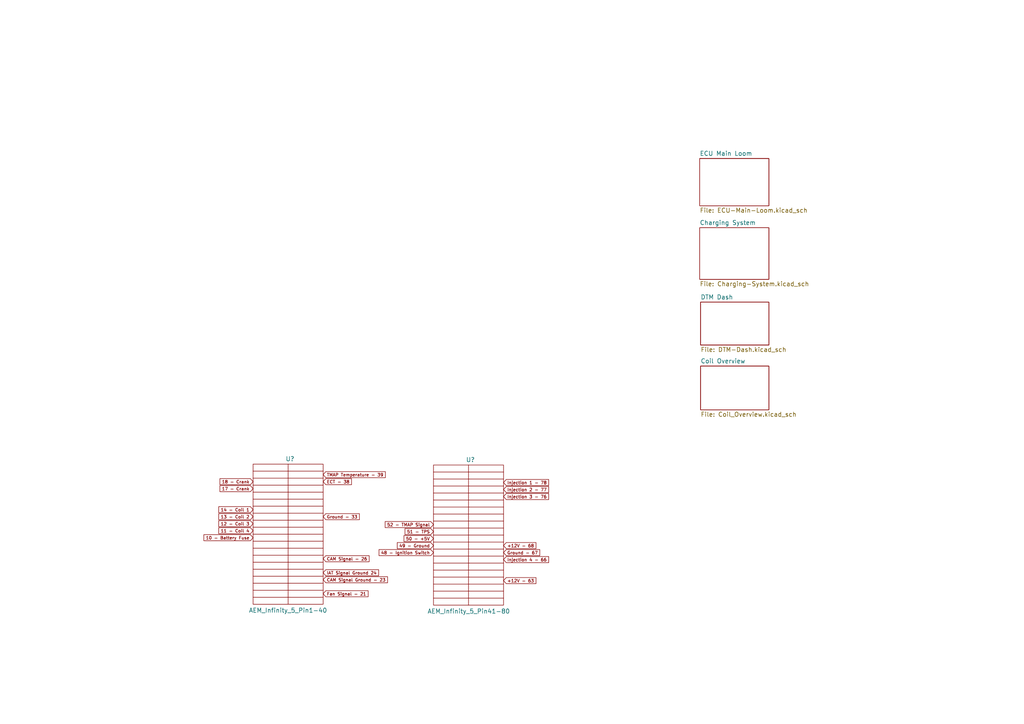
<source format=kicad_sch>
(kicad_sch (version 20211123) (generator eeschema)
  (paper "A4")
  (lib_symbols
    (symbol "SCR23 Library:AEM_Infinity_5_Pin1-40"
      (property "Reference" "U" (at 0 22.098 0))
      (property "Value" "AEM_Infinity_5_Pin1-40" (at 0 -23.114 0))
      (symbol "AEM_Infinity_5_Pin1-40_0_1"
        (rectangle (start -10.16 20.32) (end 10.16 -20.32))
        (polyline (pts (xy 0 20.32) (xy 0 -20.32)))
        (polyline (pts (xy -10.16 -18.288) (xy 10.16 -18.288) (xy 9.906 -18.288)))
        (polyline (pts (xy -10.16 -16.256) (xy 10.16 -16.256) (xy 9.906 -16.256)))
        (polyline (pts (xy -10.16 -14.224) (xy 10.16 -14.224) (xy 9.906 -14.224)))
        (polyline (pts (xy -10.16 -12.192) (xy 10.16 -12.192) (xy 9.906 -12.192)))
        (polyline (pts (xy -10.16 -10.16) (xy 10.16 -10.16) (xy 9.906 -10.16)))
        (polyline (pts (xy -10.16 -8.128) (xy 10.16 -8.128) (xy 9.906 -8.128)))
        (polyline (pts (xy -10.16 -6.096) (xy 10.16 -6.096) (xy 9.906 -6.096)))
        (polyline (pts (xy -10.16 -4.064) (xy 10.16 -4.064) (xy 9.906 -4.064)))
        (polyline (pts (xy -10.16 -2.032) (xy 10.16 -2.032) (xy 9.906 -2.032)))
        (polyline (pts (xy -10.16 0) (xy 10.16 0) (xy 9.906 0)))
        (polyline (pts (xy -10.16 2.032) (xy 10.16 2.032) (xy 9.906 2.032)))
        (polyline (pts (xy -10.16 4.064) (xy 10.16 4.064) (xy 9.906 4.064)))
        (polyline (pts (xy -10.16 6.096) (xy 10.16 6.096) (xy 9.906 6.096)))
        (polyline (pts (xy -10.16 8.128) (xy 10.16 8.128) (xy 9.906 8.128)))
        (polyline (pts (xy -10.16 10.16) (xy 10.16 10.16) (xy 9.906 10.16)))
        (polyline (pts (xy -10.16 12.192) (xy 10.16 12.192) (xy 9.906 12.192)))
        (polyline (pts (xy -10.16 14.224) (xy 10.16 14.224) (xy 9.906 14.224)))
        (polyline (pts (xy -10.16 16.256) (xy 10.16 16.256) (xy 9.906 16.256)))
        (polyline (pts (xy -10.16 18.288) (xy 10.16 18.288) (xy 9.906 18.288)))
      )
    )
    (symbol "SCR23 Library:AEM_Infinity_5_Pin41-80"
      (property "Reference" "U" (at 0 22.098 0))
      (property "Value" "AEM_Infinity_5_Pin41-80" (at 0 -23.114 0))
      (symbol "AEM_Infinity_5_Pin41-80_0_1"
        (rectangle (start -10.16 20.32) (end 10.16 -20.32))
        (polyline (pts (xy 0 20.32) (xy 0 -20.32)))
        (polyline (pts (xy -10.16 -18.288) (xy 10.16 -18.288) (xy 9.906 -18.288)))
        (polyline (pts (xy -10.16 -16.256) (xy 10.16 -16.256) (xy 9.906 -16.256)))
        (polyline (pts (xy -10.16 -14.224) (xy 10.16 -14.224) (xy 9.906 -14.224)))
        (polyline (pts (xy -10.16 -12.192) (xy 10.16 -12.192) (xy 9.906 -12.192)))
        (polyline (pts (xy -10.16 -10.16) (xy 10.16 -10.16) (xy 9.906 -10.16)))
        (polyline (pts (xy -10.16 -8.128) (xy 10.16 -8.128) (xy 9.906 -8.128)))
        (polyline (pts (xy -10.16 -6.096) (xy 10.16 -6.096) (xy 9.906 -6.096)))
        (polyline (pts (xy -10.16 -4.064) (xy 10.16 -4.064) (xy 9.906 -4.064)))
        (polyline (pts (xy -10.16 -2.032) (xy 10.16 -2.032) (xy 9.906 -2.032)))
        (polyline (pts (xy -10.16 0) (xy 10.16 0) (xy 9.906 0)))
        (polyline (pts (xy -10.16 2.032) (xy 10.16 2.032) (xy 9.906 2.032)))
        (polyline (pts (xy -10.16 4.064) (xy 10.16 4.064) (xy 9.906 4.064)))
        (polyline (pts (xy -10.16 6.096) (xy 10.16 6.096) (xy 9.906 6.096)))
        (polyline (pts (xy -10.16 8.128) (xy 10.16 8.128) (xy 9.906 8.128)))
        (polyline (pts (xy -10.16 10.16) (xy 10.16 10.16) (xy 9.906 10.16)))
        (polyline (pts (xy -10.16 12.192) (xy 10.16 12.192) (xy 9.906 12.192)))
        (polyline (pts (xy -10.16 14.224) (xy 10.16 14.224) (xy 9.906 14.224)))
        (polyline (pts (xy -10.16 16.256) (xy 10.16 16.256) (xy 9.906 16.256)))
        (polyline (pts (xy -10.16 18.288) (xy 10.16 18.288) (xy 9.906 18.288)))
      )
    )
  )
  (global_label "ECT - 38" (shape input) (at 93.726 139.7 0) (effects (font (size 0.889 0.889))) (property "Intersheet References" "${INTERSHEET_REFS}" (effects hide)))
  (global_label "13 - Coil 2" (shape input) (at 73.406 149.86 180) (effects (font (size 0.889 0.889))) (property "Intersheet References" "${INTERSHEET_REFS}" (effects hide)))
  (global_label "Injection 2 - 77" (shape input) (at 146.05 141.986 0) (effects (font (size 0.889 0.889))) (property "Intersheet References" "${INTERSHEET_REFS}" (effects hide)))
  (global_label "+12V - 68" (shape input) (at 146.05 158.242 0) (effects (font (size 0.889 0.889))) (property "Intersheet References" "${INTERSHEET_REFS}" (effects hide)))
  (global_label "52 - TMAP Signal" (shape input) (at 125.73 152.146 180) (effects (font (size 0.889 0.889))) (property "Intersheet References" "${INTERSHEET_REFS}" (effects hide)))
  (global_label "51 - TPS" (shape input) (at 125.73 154.178 180) (effects (font (size 0.889 0.889))) (property "Intersheet References" "${INTERSHEET_REFS}" (effects hide)))
  (global_label "Injection 3 - 76" (shape input) (at 146.05 144.018 0) (effects (font (size 0.889 0.889))) (property "Intersheet References" "${INTERSHEET_REFS}" (effects hide)))
  (global_label "CAM Signal Ground - 23" (shape input) (at 93.726 168.148 0) (effects (font (size 0.889 0.889))) (property "Intersheet References" "${INTERSHEET_REFS}" (effects hide)))
  (global_label "49 - Ground" (shape input) (at 125.73 158.242 180) (effects (font (size 0.889 0.889))) (property "Intersheet References" "${INTERSHEET_REFS}" (effects hide)))
  (global_label "Injection 1 - 78" (shape input) (at 146.05 139.954 0) (effects (font (size 0.889 0.889))) (property "Intersheet References" "${INTERSHEET_REFS}" (effects hide)))
  (global_label "50 - +5V" (shape input) (at 125.73 156.21 180) (effects (font (size 0.889 0.889))) (property "Intersheet References" "${INTERSHEET_REFS}" (effects hide)))
  (global_label "10 - Battery Fuse" (shape input) (at 73.406 155.956 180) (effects (font (size 0.889 0.889))) (property "Intersheet References" "${INTERSHEET_REFS}" (effects hide)))
  (global_label "IAT Signal Ground 24" (shape input) (at 93.726 166.116 0) (effects (font (size 0.889 0.889))) (property "Intersheet References" "${INTERSHEET_REFS}" (effects hide)))
  (global_label "Fan Signal - 21" (shape input) (at 93.726 172.212 0) (effects (font (size 0.889 0.889))) (property "Intersheet References" "${INTERSHEET_REFS}" (effects hide)))
  (global_label "17 - Crank" (shape input) (at 73.406 141.732 180) (effects (font (size 0.889 0.889))) (property "Intersheet References" "${INTERSHEET_REFS}" (effects hide)))
  (global_label "CAM Signal - 26" (shape input) (at 93.726 162.052 0) (effects (font (size 0.889 0.889))) (property "Intersheet References" "${INTERSHEET_REFS}" (effects hide)))
  (global_label "48 - Ignition Switch" (shape input) (at 125.73 160.274 180) (effects (font (size 0.889 0.889))) (property "Intersheet References" "${INTERSHEET_REFS}" (effects hide)))
  (global_label "Ground - 67" (shape input) (at 146.05 160.274 0) (effects (font (size 0.889 0.889))) (property "Intersheet References" "${INTERSHEET_REFS}" (effects hide)))
  (global_label "TMAP Temperature - 39" (shape input) (at 93.726 137.668 0) (effects (font (size 0.889 0.889))) (property "Intersheet References" "${INTERSHEET_REFS}" (effects hide)))
  (global_label "+12V - 63" (shape input) (at 146.05 168.402 0) (effects (font (size 0.889 0.889))) (property "Intersheet References" "${INTERSHEET_REFS}" (effects hide)))
  (global_label "18 - Crank" (shape input) (at 73.406 139.7 180) (effects (font (size 0.889 0.889))) (property "Intersheet References" "${INTERSHEET_REFS}" (effects hide)))
  (global_label "11 - Coil 4" (shape input) (at 73.406 153.924 180) (effects (font (size 0.889 0.889))) (property "Intersheet References" "${INTERSHEET_REFS}" (effects hide)))
  (global_label "Ground - 33" (shape input) (at 93.726 149.86 0) (effects (font (size 0.889 0.889))) (property "Intersheet References" "${INTERSHEET_REFS}" (effects hide)))
  (global_label "12 - Coil 3" (shape input) (at 73.406 151.892 180) (effects (font (size 0.889 0.889))) (property "Intersheet References" "${INTERSHEET_REFS}" (effects hide)))
  (global_label "Injection 4 - 66" (shape input) (at 146.05 162.306 0) (effects (font (size 0.889 0.889))) (property "Intersheet References" "${INTERSHEET_REFS}" (effects hide)))
  (global_label "14 - Coil 1" (shape input) (at 73.406 147.828 180) (effects (font (size 0.889 0.889))) (property "Intersheet References" "${INTERSHEET_REFS}" (effects hide)))
  (symbol (lib_id "SCR23 Library:AEM_Infinity_5_Pin41-80") (at 135.89 155.194 0) (unit 1)
    (property "Reference" "U?" (at 135.128 133.35 0) (effects (justify left)))
    (property "Value" "AEM_Infinity_5_Pin41-80" (at 123.952 177.292 0) (effects (justify left)))
  )
  (symbol (lib_id "SCR23 Library:AEM_Infinity_5_Pin1-40") (at 83.566 154.94 0) (unit 1)
    (property "Reference" "U?" (at 82.804 133.096 0) (effects (justify left)))
    (property "Value" "AEM_Infinity_5_Pin1-40" (at 72.136 177.038 0) (effects (justify left)))
  )
  (sheet (at 202.946 45.974) (size 20.066 13.716) (stroke (width 0.1524))
    (property "Sheet name" "ECU Main Loom" (at 202.946 45.2624 0) (effects (justify left bottom)))
    (property "Sheet file" "ECU-Main-Loom.kicad_sch" (at 202.946 60.2746 0) (effects (justify left top)))
  )
  (sheet (at 203.2 106.172) (size 19.812 12.7) (stroke (width 0.1524))
    (property "Sheet name" "Coil Overview" (at 203.2 105.4604 0) (effects (justify left bottom)))
    (property "Sheet file" "Coil_Overview.kicad_sch" (at 203.2 119.4566 0) (effects (justify left top)))
  )
  (sheet (at 202.946 66.04) (size 20.066 14.986) (stroke (width 0.1524))
    (property "Sheet name" "Charging System" (at 202.946 65.3284 0) (effects (justify left bottom)))
    (property "Sheet file" "Charging-System.kicad_sch" (at 202.946 81.6106 0) (effects (justify left top)))
  )
  (sheet (at 203.2 87.63) (size 19.812 12.446) (stroke (width 0.1524))
    (property "Sheet name" "DTM Dash" (at 203.2 86.9184 0) (effects (justify left bottom)))
    (property "Sheet file" "DTM-Dash.kicad_sch" (at 203.2 100.6606 0) (effects (justify left top)))
  )
)
</source>
